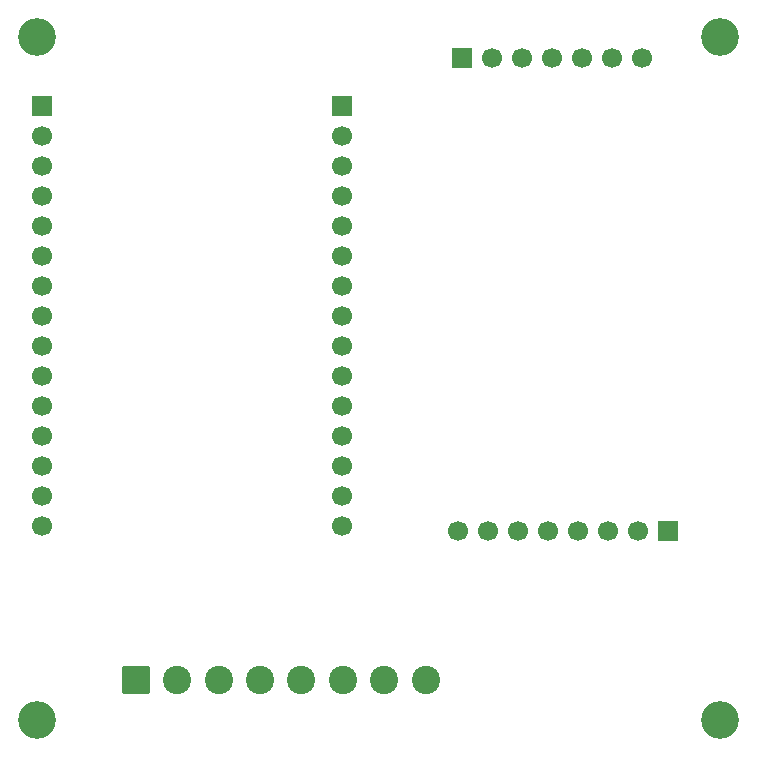
<source format=gts>
%TF.GenerationSoftware,KiCad,Pcbnew,9.0.5*%
%TF.CreationDate,2025-12-28T18:17:11+02:00*%
%TF.ProjectId,base-schematic-02,62617365-2d73-4636-9865-6d617469632d,rev?*%
%TF.SameCoordinates,Original*%
%TF.FileFunction,Soldermask,Top*%
%TF.FilePolarity,Negative*%
%FSLAX46Y46*%
G04 Gerber Fmt 4.6, Leading zero omitted, Abs format (unit mm)*
G04 Created by KiCad (PCBNEW 9.0.5) date 2025-12-28 18:17:11*
%MOMM*%
%LPD*%
G01*
G04 APERTURE LIST*
G04 Aperture macros list*
%AMRoundRect*
0 Rectangle with rounded corners*
0 $1 Rounding radius*
0 $2 $3 $4 $5 $6 $7 $8 $9 X,Y pos of 4 corners*
0 Add a 4 corners polygon primitive as box body*
4,1,4,$2,$3,$4,$5,$6,$7,$8,$9,$2,$3,0*
0 Add four circle primitives for the rounded corners*
1,1,$1+$1,$2,$3*
1,1,$1+$1,$4,$5*
1,1,$1+$1,$6,$7*
1,1,$1+$1,$8,$9*
0 Add four rect primitives between the rounded corners*
20,1,$1+$1,$2,$3,$4,$5,0*
20,1,$1+$1,$4,$5,$6,$7,0*
20,1,$1+$1,$6,$7,$8,$9,0*
20,1,$1+$1,$8,$9,$2,$3,0*%
G04 Aperture macros list end*
%ADD10R,1.700000X1.700000*%
%ADD11C,1.700000*%
%ADD12C,3.200000*%
%ADD13RoundRect,0.250001X-0.949999X-0.949999X0.949999X-0.949999X0.949999X0.949999X-0.949999X0.949999X0*%
%ADD14C,2.400000*%
G04 APERTURE END LIST*
D10*
%TO.C,J2*%
X79400000Y-59460000D03*
D11*
X79400000Y-62000000D03*
X79400000Y-64540000D03*
X79400000Y-67080000D03*
X79400000Y-69620000D03*
X79400000Y-72160000D03*
X79400000Y-74700000D03*
X79400000Y-77240000D03*
X79400000Y-79780000D03*
X79400000Y-82320000D03*
X79400000Y-84860000D03*
X79400000Y-87400000D03*
X79400000Y-89940000D03*
X79400000Y-92480000D03*
X79400000Y-95020000D03*
%TD*%
D10*
%TO.C,J1*%
X54000000Y-59460000D03*
D11*
X54000000Y-62000000D03*
X54000000Y-64540000D03*
X54000000Y-67080000D03*
X54000000Y-69620000D03*
X54000000Y-72160000D03*
X54000000Y-74700000D03*
X54000000Y-77240000D03*
X54000000Y-79780000D03*
X54000000Y-82320000D03*
X54000000Y-84860000D03*
X54000000Y-87400000D03*
X54000000Y-89940000D03*
X54000000Y-92480000D03*
X54000000Y-95020000D03*
%TD*%
D12*
%TO.C,H1*%
X53600000Y-53600000D03*
%TD*%
D10*
%TO.C,J3-DAC1*%
X89570000Y-55335000D03*
D11*
X92110000Y-55335000D03*
X94650000Y-55335000D03*
X97190000Y-55335000D03*
X99730000Y-55335000D03*
X102270000Y-55335000D03*
X104810000Y-55335000D03*
%TD*%
D12*
%TO.C,H4*%
X53600000Y-111400000D03*
%TD*%
D13*
%TO.C,J4*%
X62000000Y-108000000D03*
D14*
X65500000Y-108000000D03*
X69000000Y-108000000D03*
X72500000Y-108000000D03*
X76000000Y-108000000D03*
X79500000Y-108000000D03*
X83000000Y-108000000D03*
X86500000Y-108000000D03*
%TD*%
D12*
%TO.C,H3*%
X111450000Y-111430000D03*
%TD*%
%TO.C,H2*%
X111400000Y-53600000D03*
%TD*%
D10*
%TO.C,J4-IMU1*%
X107009138Y-95394959D03*
D11*
X104469138Y-95394959D03*
X101929138Y-95394959D03*
X99389138Y-95394959D03*
X96849138Y-95394959D03*
X94309138Y-95394959D03*
X91769138Y-95394959D03*
X89229138Y-95394959D03*
%TD*%
M02*

</source>
